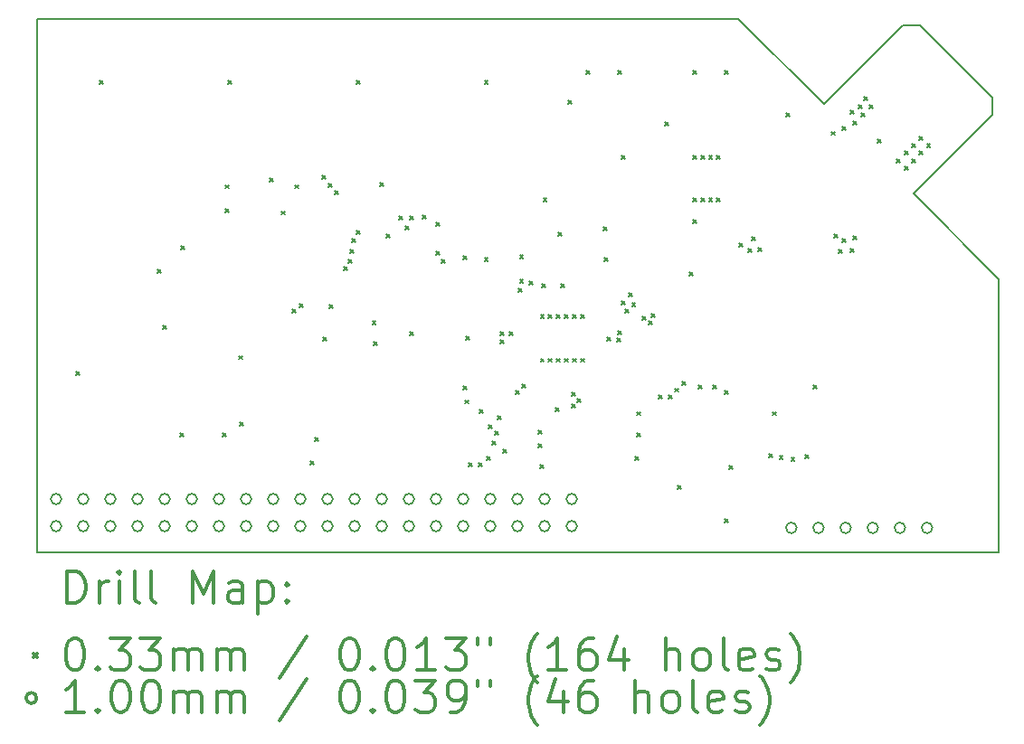
<source format=gbr>
%FSLAX45Y45*%
G04 Gerber Fmt 4.5, Leading zero omitted, Abs format (unit mm)*
G04 Created by KiCad (PCBNEW (5.0.1)-4) date 11/24/18 16:54:39*
%MOMM*%
%LPD*%
G01*
G04 APERTURE LIST*
%ADD10C,0.150000*%
%ADD11C,0.200000*%
%ADD12C,0.300000*%
G04 APERTURE END LIST*
D10*
X9860000Y-3800000D02*
X10600000Y-3060000D01*
X11440000Y-3740000D02*
X10760000Y-3060000D01*
X10600000Y-3060000D02*
X10760000Y-3060000D01*
X11440000Y-3900000D02*
X11440000Y-3740000D01*
X9860000Y-3800000D02*
X9060000Y-3000000D01*
X10700000Y-4640000D02*
X11440000Y-3900000D01*
X11500000Y-5440000D02*
X10700000Y-4640000D01*
X2500000Y-8000000D02*
X2500000Y-3000000D01*
X11500000Y-8000000D02*
X2500000Y-8000000D01*
X11500000Y-5440000D02*
X11500000Y-8000000D01*
X2500000Y-3000000D02*
X9060000Y-3000000D01*
D11*
X2858490Y-6308490D02*
X2891510Y-6341510D01*
X2891510Y-6308490D02*
X2858490Y-6341510D01*
X3083490Y-3583490D02*
X3116510Y-3616510D01*
X3116510Y-3583490D02*
X3083490Y-3616510D01*
X3623490Y-5353490D02*
X3656510Y-5386510D01*
X3656510Y-5353490D02*
X3623490Y-5386510D01*
X3673490Y-5873490D02*
X3706510Y-5906510D01*
X3706510Y-5873490D02*
X3673490Y-5906510D01*
X3833490Y-6883490D02*
X3866510Y-6916510D01*
X3866510Y-6883490D02*
X3833490Y-6916510D01*
X3843490Y-5133490D02*
X3876510Y-5166510D01*
X3876510Y-5133490D02*
X3843490Y-5166510D01*
X4233490Y-6883490D02*
X4266510Y-6916510D01*
X4266510Y-6883490D02*
X4233490Y-6916510D01*
X4258490Y-4558490D02*
X4291510Y-4591510D01*
X4291510Y-4558490D02*
X4258490Y-4591510D01*
X4258490Y-4783490D02*
X4291510Y-4816510D01*
X4291510Y-4783490D02*
X4258490Y-4816510D01*
X4283490Y-3583490D02*
X4316510Y-3616510D01*
X4316510Y-3583490D02*
X4283490Y-3616510D01*
X4383490Y-6158490D02*
X4416510Y-6191510D01*
X4416510Y-6158490D02*
X4383490Y-6191510D01*
X4393480Y-6783490D02*
X4426500Y-6816510D01*
X4426500Y-6783490D02*
X4393480Y-6816510D01*
X4673490Y-4493490D02*
X4706510Y-4526510D01*
X4706510Y-4493490D02*
X4673490Y-4526510D01*
X4783490Y-4803490D02*
X4816510Y-4836510D01*
X4816510Y-4803490D02*
X4783490Y-4836510D01*
X4886434Y-5723782D02*
X4919454Y-5756802D01*
X4919454Y-5723782D02*
X4886434Y-5756802D01*
X4908490Y-4558490D02*
X4941510Y-4591510D01*
X4941510Y-4558490D02*
X4908490Y-4591510D01*
X4953490Y-5673490D02*
X4986510Y-5706510D01*
X4986510Y-5673490D02*
X4953490Y-5706510D01*
X5053490Y-7143490D02*
X5086510Y-7176510D01*
X5086510Y-7143490D02*
X5053490Y-7176510D01*
X5093490Y-6923490D02*
X5126510Y-6956510D01*
X5126510Y-6923490D02*
X5093490Y-6956510D01*
X5166340Y-4470714D02*
X5199360Y-4503734D01*
X5199360Y-4470714D02*
X5166340Y-4503734D01*
X5173490Y-5983490D02*
X5206510Y-6016510D01*
X5206510Y-5983490D02*
X5173490Y-6016510D01*
X5223490Y-4543490D02*
X5256510Y-4576510D01*
X5256510Y-4543490D02*
X5223490Y-4576510D01*
X5233490Y-5683490D02*
X5266510Y-5716510D01*
X5266510Y-5683490D02*
X5233490Y-5716510D01*
X5283490Y-4613490D02*
X5316510Y-4646510D01*
X5316510Y-4613490D02*
X5283490Y-4646510D01*
X5363490Y-5323490D02*
X5396510Y-5356510D01*
X5396510Y-5323490D02*
X5363490Y-5356510D01*
X5409985Y-5253747D02*
X5443005Y-5286767D01*
X5443005Y-5253747D02*
X5409985Y-5286767D01*
X5423490Y-5163490D02*
X5456510Y-5196510D01*
X5456510Y-5163490D02*
X5423490Y-5196510D01*
X5443439Y-5063465D02*
X5476459Y-5096485D01*
X5476459Y-5063465D02*
X5443439Y-5096485D01*
X5483490Y-3583490D02*
X5516510Y-3616510D01*
X5516510Y-3583490D02*
X5483490Y-3616510D01*
X5483490Y-4983490D02*
X5516510Y-5016510D01*
X5516510Y-4983490D02*
X5483490Y-5016510D01*
X5633490Y-5833490D02*
X5666510Y-5866510D01*
X5666510Y-5833490D02*
X5633490Y-5866510D01*
X5643490Y-6023490D02*
X5676510Y-6056510D01*
X5676510Y-6023490D02*
X5643490Y-6056510D01*
X5708490Y-4533490D02*
X5741510Y-4566510D01*
X5741510Y-4533490D02*
X5708490Y-4566510D01*
X5763490Y-5023020D02*
X5796510Y-5056040D01*
X5796510Y-5023020D02*
X5763490Y-5056040D01*
X5883490Y-4853490D02*
X5916510Y-4886510D01*
X5916510Y-4853490D02*
X5883490Y-4886510D01*
X5943490Y-4943490D02*
X5976510Y-4976510D01*
X5976510Y-4943490D02*
X5943490Y-4976510D01*
X5983490Y-4853490D02*
X6016510Y-4886510D01*
X6016510Y-4853490D02*
X5983490Y-4886510D01*
X5983490Y-5933490D02*
X6016510Y-5966510D01*
X6016510Y-5933490D02*
X5983490Y-5966510D01*
X6103490Y-4843490D02*
X6136510Y-4876510D01*
X6136510Y-4843490D02*
X6103490Y-4876510D01*
X6233490Y-4908490D02*
X6266510Y-4941510D01*
X6266510Y-4908490D02*
X6233490Y-4941510D01*
X6233490Y-5183490D02*
X6266510Y-5216510D01*
X6266510Y-5183490D02*
X6233490Y-5216510D01*
X6283490Y-5253490D02*
X6316510Y-5286510D01*
X6316510Y-5253490D02*
X6283490Y-5286510D01*
X6483490Y-5223490D02*
X6516510Y-5256510D01*
X6516510Y-5223490D02*
X6483490Y-5256510D01*
X6483490Y-6443490D02*
X6516510Y-6476510D01*
X6516510Y-6443490D02*
X6483490Y-6476510D01*
X6503490Y-6573490D02*
X6536510Y-6606510D01*
X6536510Y-6573490D02*
X6503490Y-6606510D01*
X6513490Y-5973490D02*
X6546510Y-6006510D01*
X6546510Y-5973490D02*
X6513490Y-6006510D01*
X6533490Y-7163490D02*
X6566510Y-7196510D01*
X6566510Y-7163490D02*
X6533490Y-7196510D01*
X6628519Y-7160640D02*
X6661539Y-7193660D01*
X6661539Y-7160640D02*
X6628519Y-7193660D01*
X6633490Y-6663490D02*
X6666510Y-6696510D01*
X6666510Y-6663490D02*
X6633490Y-6696510D01*
X6683490Y-3583490D02*
X6716510Y-3616510D01*
X6716510Y-3583490D02*
X6683490Y-3616510D01*
X6683490Y-5243490D02*
X6716510Y-5276510D01*
X6716510Y-5243490D02*
X6683490Y-5276510D01*
X6703490Y-7103490D02*
X6736510Y-7136510D01*
X6736510Y-7103490D02*
X6703490Y-7136510D01*
X6723490Y-6803490D02*
X6756510Y-6836510D01*
X6756510Y-6803490D02*
X6723490Y-6836510D01*
X6758490Y-6958490D02*
X6791510Y-6991510D01*
X6791510Y-6958490D02*
X6758490Y-6991510D01*
X6783490Y-6863490D02*
X6816510Y-6896510D01*
X6816510Y-6863490D02*
X6783490Y-6896510D01*
X6803490Y-6723490D02*
X6836510Y-6756510D01*
X6836510Y-6723490D02*
X6803490Y-6756510D01*
X6833490Y-5933490D02*
X6866510Y-5966510D01*
X6866510Y-5933490D02*
X6833490Y-5966510D01*
X6833490Y-6013490D02*
X6866510Y-6046510D01*
X6866510Y-6013490D02*
X6833490Y-6046510D01*
X6858490Y-7033490D02*
X6891510Y-7066510D01*
X6891510Y-7033490D02*
X6858490Y-7066510D01*
X6913490Y-5933490D02*
X6946510Y-5966510D01*
X6946510Y-5933490D02*
X6913490Y-5966510D01*
X6973490Y-6483490D02*
X7006510Y-6516510D01*
X7006510Y-6483490D02*
X6973490Y-6516510D01*
X6998490Y-5529740D02*
X7031510Y-5562760D01*
X7031510Y-5529740D02*
X6998490Y-5562760D01*
X7013490Y-5213490D02*
X7046510Y-5246510D01*
X7046510Y-5213490D02*
X7013490Y-5246510D01*
X7013490Y-5443490D02*
X7046510Y-5476510D01*
X7046510Y-5443490D02*
X7013490Y-5476510D01*
X7033490Y-6423490D02*
X7066510Y-6456510D01*
X7066510Y-6423490D02*
X7033490Y-6456510D01*
X7103490Y-5463490D02*
X7136510Y-5496510D01*
X7136510Y-5463490D02*
X7103490Y-5496510D01*
X7183490Y-6858490D02*
X7216510Y-6891510D01*
X7216510Y-6858490D02*
X7183490Y-6891510D01*
X7183490Y-6983490D02*
X7216510Y-7016510D01*
X7216510Y-6983490D02*
X7183490Y-7016510D01*
X7203490Y-7178490D02*
X7236510Y-7211510D01*
X7236510Y-7178490D02*
X7203490Y-7211510D01*
X7208490Y-5773490D02*
X7241510Y-5806510D01*
X7241510Y-5773490D02*
X7208490Y-5806510D01*
X7208490Y-6183490D02*
X7241510Y-6216510D01*
X7241510Y-6183490D02*
X7208490Y-6216510D01*
X7223490Y-5483490D02*
X7256510Y-5516510D01*
X7256510Y-5483490D02*
X7223490Y-5516510D01*
X7233490Y-4683490D02*
X7266510Y-4716510D01*
X7266510Y-4683490D02*
X7233490Y-4716510D01*
X7283490Y-5773490D02*
X7316510Y-5806510D01*
X7316510Y-5773490D02*
X7283490Y-5806510D01*
X7283490Y-6183490D02*
X7316510Y-6216510D01*
X7316510Y-6183490D02*
X7283490Y-6216510D01*
X7348490Y-6643490D02*
X7381510Y-6676510D01*
X7381510Y-6643490D02*
X7348490Y-6676510D01*
X7358490Y-5773490D02*
X7391510Y-5806510D01*
X7391510Y-5773490D02*
X7358490Y-5806510D01*
X7358490Y-6183490D02*
X7391510Y-6216510D01*
X7391510Y-6183490D02*
X7358490Y-6216510D01*
X7373490Y-5003490D02*
X7406510Y-5036510D01*
X7406510Y-5003490D02*
X7373490Y-5036510D01*
X7399890Y-5482846D02*
X7432910Y-5515866D01*
X7432910Y-5482846D02*
X7399890Y-5515866D01*
X7433490Y-5773490D02*
X7466510Y-5806510D01*
X7466510Y-5773490D02*
X7433490Y-5806510D01*
X7433490Y-6183490D02*
X7466510Y-6216510D01*
X7466510Y-6183490D02*
X7433490Y-6216510D01*
X7463490Y-3763490D02*
X7496510Y-3796510D01*
X7496510Y-3763490D02*
X7463490Y-3796510D01*
X7503490Y-6503490D02*
X7536510Y-6536510D01*
X7536510Y-6503490D02*
X7503490Y-6536510D01*
X7503490Y-6613490D02*
X7536510Y-6646510D01*
X7536510Y-6613490D02*
X7503490Y-6646510D01*
X7508490Y-5773490D02*
X7541510Y-5806510D01*
X7541510Y-5773490D02*
X7508490Y-5806510D01*
X7508490Y-6183490D02*
X7541510Y-6216510D01*
X7541510Y-6183490D02*
X7508490Y-6216510D01*
X7548490Y-6558490D02*
X7581510Y-6591510D01*
X7581510Y-6558490D02*
X7548490Y-6591510D01*
X7583490Y-5773490D02*
X7616510Y-5806510D01*
X7616510Y-5773490D02*
X7583490Y-5806510D01*
X7583490Y-6183490D02*
X7616510Y-6216510D01*
X7616510Y-6183490D02*
X7583490Y-6216510D01*
X7633490Y-3483490D02*
X7666510Y-3516510D01*
X7666510Y-3483490D02*
X7633490Y-3516510D01*
X7793490Y-4953490D02*
X7826510Y-4986510D01*
X7826510Y-4953490D02*
X7793490Y-4986510D01*
X7803490Y-5243490D02*
X7836510Y-5276510D01*
X7836510Y-5243490D02*
X7803490Y-5276510D01*
X7833490Y-5983490D02*
X7866510Y-6016510D01*
X7866510Y-5983490D02*
X7833490Y-6016510D01*
X7923490Y-5993490D02*
X7956510Y-6026510D01*
X7956510Y-5993490D02*
X7923490Y-6026510D01*
X7933490Y-3483490D02*
X7966510Y-3516510D01*
X7966510Y-3483490D02*
X7933490Y-3516510D01*
X7933490Y-5923490D02*
X7966510Y-5956510D01*
X7966510Y-5923490D02*
X7933490Y-5956510D01*
X7963490Y-4283490D02*
X7996510Y-4316510D01*
X7996510Y-4283490D02*
X7963490Y-4316510D01*
X7963490Y-5643490D02*
X7996510Y-5676510D01*
X7996510Y-5643490D02*
X7963490Y-5676510D01*
X8003490Y-5723490D02*
X8036510Y-5756510D01*
X8036510Y-5723490D02*
X8003490Y-5756510D01*
X8033490Y-5573490D02*
X8066510Y-5606510D01*
X8066510Y-5573490D02*
X8033490Y-5606510D01*
X8063490Y-5663490D02*
X8096510Y-5696510D01*
X8096510Y-5663490D02*
X8063490Y-5696510D01*
X8093490Y-7103490D02*
X8126510Y-7136510D01*
X8126510Y-7103490D02*
X8093490Y-7136510D01*
X8113490Y-6683490D02*
X8146510Y-6716510D01*
X8146510Y-6683490D02*
X8113490Y-6716510D01*
X8113490Y-6883490D02*
X8146510Y-6916510D01*
X8146510Y-6883490D02*
X8113490Y-6916510D01*
X8163490Y-5793490D02*
X8196510Y-5826510D01*
X8196510Y-5793490D02*
X8163490Y-5826510D01*
X8223490Y-5833490D02*
X8256510Y-5866510D01*
X8256510Y-5833490D02*
X8223490Y-5866510D01*
X8243490Y-5763490D02*
X8276510Y-5796510D01*
X8276510Y-5763490D02*
X8243490Y-5796510D01*
X8313490Y-6523490D02*
X8346510Y-6556510D01*
X8346510Y-6523490D02*
X8313490Y-6556510D01*
X8373490Y-3973490D02*
X8406510Y-4006510D01*
X8406510Y-3973490D02*
X8373490Y-4006510D01*
X8403490Y-6523490D02*
X8436510Y-6556510D01*
X8436510Y-6523490D02*
X8403490Y-6556510D01*
X8463490Y-6463490D02*
X8496510Y-6496510D01*
X8496510Y-6463490D02*
X8463490Y-6496510D01*
X8493490Y-7373490D02*
X8526510Y-7406510D01*
X8526510Y-7373490D02*
X8493490Y-7406510D01*
X8533490Y-6403490D02*
X8566510Y-6436510D01*
X8566510Y-6403490D02*
X8533490Y-6436510D01*
X8598490Y-5373490D02*
X8631510Y-5406510D01*
X8631510Y-5373490D02*
X8598490Y-5406510D01*
X8633490Y-3483490D02*
X8666510Y-3516510D01*
X8666510Y-3483490D02*
X8633490Y-3516510D01*
X8633490Y-4283490D02*
X8666510Y-4316510D01*
X8666510Y-4283490D02*
X8633490Y-4316510D01*
X8633490Y-4683490D02*
X8666510Y-4716510D01*
X8666510Y-4683490D02*
X8633490Y-4716510D01*
X8633490Y-4883490D02*
X8666510Y-4916510D01*
X8666510Y-4883490D02*
X8633490Y-4916510D01*
X8683490Y-6433490D02*
X8716510Y-6466510D01*
X8716510Y-6433490D02*
X8683490Y-6466510D01*
X8708490Y-4283490D02*
X8741510Y-4316510D01*
X8741510Y-4283490D02*
X8708490Y-4316510D01*
X8708490Y-4683490D02*
X8741510Y-4716510D01*
X8741510Y-4683490D02*
X8708490Y-4716510D01*
X8783490Y-4283490D02*
X8816510Y-4316510D01*
X8816510Y-4283490D02*
X8783490Y-4316510D01*
X8783490Y-4683490D02*
X8816510Y-4716510D01*
X8816510Y-4683490D02*
X8783490Y-4716510D01*
X8823490Y-6433490D02*
X8856510Y-6466510D01*
X8856510Y-6433490D02*
X8823490Y-6466510D01*
X8858490Y-4283490D02*
X8891510Y-4316510D01*
X8891510Y-4283490D02*
X8858490Y-4316510D01*
X8858490Y-4683490D02*
X8891510Y-4716510D01*
X8891510Y-4683490D02*
X8858490Y-4716510D01*
X8933490Y-3483490D02*
X8966510Y-3516510D01*
X8966510Y-3483490D02*
X8933490Y-3516510D01*
X8933490Y-6483490D02*
X8966510Y-6516510D01*
X8966510Y-6483490D02*
X8933490Y-6516510D01*
X8933490Y-7683490D02*
X8966510Y-7716510D01*
X8966510Y-7683490D02*
X8933490Y-7716510D01*
X8973490Y-7183490D02*
X9006510Y-7216510D01*
X9006510Y-7183490D02*
X8973490Y-7216510D01*
X9063490Y-5103490D02*
X9096510Y-5136510D01*
X9096510Y-5103490D02*
X9063490Y-5136510D01*
X9153079Y-5153079D02*
X9186099Y-5186099D01*
X9186099Y-5153079D02*
X9153079Y-5186099D01*
X9183490Y-5043490D02*
X9216510Y-5076510D01*
X9216510Y-5043490D02*
X9183490Y-5076510D01*
X9243490Y-5143490D02*
X9276510Y-5176510D01*
X9276510Y-5143490D02*
X9243490Y-5176510D01*
X9343490Y-7073490D02*
X9376510Y-7106510D01*
X9376510Y-7073490D02*
X9343490Y-7106510D01*
X9383490Y-6683490D02*
X9416510Y-6716510D01*
X9416510Y-6683490D02*
X9383490Y-6716510D01*
X9443490Y-7093490D02*
X9476510Y-7126510D01*
X9476510Y-7093490D02*
X9443490Y-7126510D01*
X9508490Y-3883490D02*
X9541510Y-3916510D01*
X9541510Y-3883490D02*
X9508490Y-3916510D01*
X9553490Y-7113490D02*
X9586510Y-7146510D01*
X9586510Y-7113490D02*
X9553490Y-7146510D01*
X9683490Y-7083490D02*
X9716510Y-7116510D01*
X9716510Y-7083490D02*
X9683490Y-7116510D01*
X9763490Y-6433490D02*
X9796510Y-6466510D01*
X9796510Y-6433490D02*
X9763490Y-6466510D01*
X9933490Y-4058490D02*
X9966510Y-4091510D01*
X9966510Y-4058490D02*
X9933490Y-4091510D01*
X9953490Y-5023490D02*
X9986510Y-5056510D01*
X9986510Y-5023490D02*
X9953490Y-5056510D01*
X9998490Y-5163490D02*
X10031510Y-5196510D01*
X10031510Y-5163490D02*
X9998490Y-5196510D01*
X10033490Y-4008490D02*
X10066510Y-4041510D01*
X10066510Y-4008490D02*
X10033490Y-4041510D01*
X10033490Y-5063490D02*
X10066510Y-5096510D01*
X10066510Y-5063490D02*
X10033490Y-5096510D01*
X10108490Y-3863490D02*
X10141510Y-3896510D01*
X10141510Y-3863490D02*
X10108490Y-3896510D01*
X10108490Y-5158490D02*
X10141510Y-5191510D01*
X10141510Y-5158490D02*
X10108490Y-5191510D01*
X10133490Y-3958490D02*
X10166510Y-3991510D01*
X10166510Y-3958490D02*
X10133490Y-3991510D01*
X10133490Y-5033490D02*
X10166510Y-5066510D01*
X10166510Y-5033490D02*
X10133490Y-5066510D01*
X10183490Y-3808490D02*
X10216510Y-3841510D01*
X10216510Y-3808490D02*
X10183490Y-3841510D01*
X10208490Y-3883490D02*
X10241510Y-3916510D01*
X10241510Y-3883490D02*
X10208490Y-3916510D01*
X10233490Y-3733490D02*
X10266510Y-3766510D01*
X10266510Y-3733490D02*
X10233490Y-3766510D01*
X10283490Y-3808490D02*
X10316510Y-3841510D01*
X10316510Y-3808490D02*
X10283490Y-3841510D01*
X10358490Y-4133490D02*
X10391510Y-4166510D01*
X10391510Y-4133490D02*
X10358490Y-4166510D01*
X10543490Y-4313490D02*
X10576510Y-4346510D01*
X10576510Y-4313490D02*
X10543490Y-4346510D01*
X10613490Y-4243490D02*
X10646510Y-4276510D01*
X10646510Y-4243490D02*
X10613490Y-4276510D01*
X10613490Y-4383490D02*
X10646510Y-4416510D01*
X10646510Y-4383490D02*
X10613490Y-4416510D01*
X10683490Y-4173490D02*
X10716510Y-4206510D01*
X10716510Y-4173490D02*
X10683490Y-4206510D01*
X10683490Y-4313490D02*
X10716510Y-4346510D01*
X10716510Y-4313490D02*
X10683490Y-4346510D01*
X10753490Y-4103490D02*
X10786510Y-4136510D01*
X10786510Y-4103490D02*
X10753490Y-4136510D01*
X10753490Y-4243490D02*
X10786510Y-4276510D01*
X10786510Y-4243490D02*
X10753490Y-4276510D01*
X10823490Y-4173490D02*
X10856510Y-4206510D01*
X10856510Y-4173490D02*
X10823490Y-4206510D01*
X2724000Y-7500000D02*
G75*
G03X2724000Y-7500000I-50000J0D01*
G01*
X2724000Y-7754000D02*
G75*
G03X2724000Y-7754000I-50000J0D01*
G01*
X2978000Y-7500000D02*
G75*
G03X2978000Y-7500000I-50000J0D01*
G01*
X2978000Y-7754000D02*
G75*
G03X2978000Y-7754000I-50000J0D01*
G01*
X3232000Y-7500000D02*
G75*
G03X3232000Y-7500000I-50000J0D01*
G01*
X3232000Y-7754000D02*
G75*
G03X3232000Y-7754000I-50000J0D01*
G01*
X3486000Y-7500000D02*
G75*
G03X3486000Y-7500000I-50000J0D01*
G01*
X3486000Y-7754000D02*
G75*
G03X3486000Y-7754000I-50000J0D01*
G01*
X3740000Y-7500000D02*
G75*
G03X3740000Y-7500000I-50000J0D01*
G01*
X3740000Y-7754000D02*
G75*
G03X3740000Y-7754000I-50000J0D01*
G01*
X3994000Y-7500000D02*
G75*
G03X3994000Y-7500000I-50000J0D01*
G01*
X3994000Y-7754000D02*
G75*
G03X3994000Y-7754000I-50000J0D01*
G01*
X4248000Y-7500000D02*
G75*
G03X4248000Y-7500000I-50000J0D01*
G01*
X4248000Y-7754000D02*
G75*
G03X4248000Y-7754000I-50000J0D01*
G01*
X4502000Y-7500000D02*
G75*
G03X4502000Y-7500000I-50000J0D01*
G01*
X4502000Y-7754000D02*
G75*
G03X4502000Y-7754000I-50000J0D01*
G01*
X4756000Y-7500000D02*
G75*
G03X4756000Y-7500000I-50000J0D01*
G01*
X4756000Y-7754000D02*
G75*
G03X4756000Y-7754000I-50000J0D01*
G01*
X5010000Y-7500000D02*
G75*
G03X5010000Y-7500000I-50000J0D01*
G01*
X5010000Y-7754000D02*
G75*
G03X5010000Y-7754000I-50000J0D01*
G01*
X5264000Y-7500000D02*
G75*
G03X5264000Y-7500000I-50000J0D01*
G01*
X5264000Y-7754000D02*
G75*
G03X5264000Y-7754000I-50000J0D01*
G01*
X5518000Y-7500000D02*
G75*
G03X5518000Y-7500000I-50000J0D01*
G01*
X5518000Y-7754000D02*
G75*
G03X5518000Y-7754000I-50000J0D01*
G01*
X5772000Y-7500000D02*
G75*
G03X5772000Y-7500000I-50000J0D01*
G01*
X5772000Y-7754000D02*
G75*
G03X5772000Y-7754000I-50000J0D01*
G01*
X6026000Y-7500000D02*
G75*
G03X6026000Y-7500000I-50000J0D01*
G01*
X6026000Y-7754000D02*
G75*
G03X6026000Y-7754000I-50000J0D01*
G01*
X6280000Y-7500000D02*
G75*
G03X6280000Y-7500000I-50000J0D01*
G01*
X6280000Y-7754000D02*
G75*
G03X6280000Y-7754000I-50000J0D01*
G01*
X6534000Y-7500000D02*
G75*
G03X6534000Y-7500000I-50000J0D01*
G01*
X6534000Y-7754000D02*
G75*
G03X6534000Y-7754000I-50000J0D01*
G01*
X6788000Y-7500000D02*
G75*
G03X6788000Y-7500000I-50000J0D01*
G01*
X6788000Y-7754000D02*
G75*
G03X6788000Y-7754000I-50000J0D01*
G01*
X7042000Y-7500000D02*
G75*
G03X7042000Y-7500000I-50000J0D01*
G01*
X7042000Y-7754000D02*
G75*
G03X7042000Y-7754000I-50000J0D01*
G01*
X7296000Y-7500000D02*
G75*
G03X7296000Y-7500000I-50000J0D01*
G01*
X7296000Y-7754000D02*
G75*
G03X7296000Y-7754000I-50000J0D01*
G01*
X7550000Y-7500000D02*
G75*
G03X7550000Y-7500000I-50000J0D01*
G01*
X7550000Y-7754000D02*
G75*
G03X7550000Y-7754000I-50000J0D01*
G01*
X9606000Y-7770000D02*
G75*
G03X9606000Y-7770000I-50000J0D01*
G01*
X9860000Y-7770000D02*
G75*
G03X9860000Y-7770000I-50000J0D01*
G01*
X10114000Y-7770000D02*
G75*
G03X10114000Y-7770000I-50000J0D01*
G01*
X10368000Y-7770000D02*
G75*
G03X10368000Y-7770000I-50000J0D01*
G01*
X10622000Y-7770000D02*
G75*
G03X10622000Y-7770000I-50000J0D01*
G01*
X10876000Y-7770000D02*
G75*
G03X10876000Y-7770000I-50000J0D01*
G01*
D12*
X2778928Y-8473214D02*
X2778928Y-8173214D01*
X2850357Y-8173214D01*
X2893214Y-8187500D01*
X2921786Y-8216071D01*
X2936071Y-8244643D01*
X2950357Y-8301786D01*
X2950357Y-8344643D01*
X2936071Y-8401786D01*
X2921786Y-8430357D01*
X2893214Y-8458929D01*
X2850357Y-8473214D01*
X2778928Y-8473214D01*
X3078928Y-8473214D02*
X3078928Y-8273214D01*
X3078928Y-8330357D02*
X3093214Y-8301786D01*
X3107500Y-8287500D01*
X3136071Y-8273214D01*
X3164643Y-8273214D01*
X3264643Y-8473214D02*
X3264643Y-8273214D01*
X3264643Y-8173214D02*
X3250357Y-8187500D01*
X3264643Y-8201786D01*
X3278928Y-8187500D01*
X3264643Y-8173214D01*
X3264643Y-8201786D01*
X3450357Y-8473214D02*
X3421786Y-8458929D01*
X3407500Y-8430357D01*
X3407500Y-8173214D01*
X3607500Y-8473214D02*
X3578928Y-8458929D01*
X3564643Y-8430357D01*
X3564643Y-8173214D01*
X3950357Y-8473214D02*
X3950357Y-8173214D01*
X4050357Y-8387500D01*
X4150357Y-8173214D01*
X4150357Y-8473214D01*
X4421786Y-8473214D02*
X4421786Y-8316071D01*
X4407500Y-8287500D01*
X4378928Y-8273214D01*
X4321786Y-8273214D01*
X4293214Y-8287500D01*
X4421786Y-8458929D02*
X4393214Y-8473214D01*
X4321786Y-8473214D01*
X4293214Y-8458929D01*
X4278928Y-8430357D01*
X4278928Y-8401786D01*
X4293214Y-8373214D01*
X4321786Y-8358929D01*
X4393214Y-8358929D01*
X4421786Y-8344643D01*
X4564643Y-8273214D02*
X4564643Y-8573214D01*
X4564643Y-8287500D02*
X4593214Y-8273214D01*
X4650357Y-8273214D01*
X4678928Y-8287500D01*
X4693214Y-8301786D01*
X4707500Y-8330357D01*
X4707500Y-8416072D01*
X4693214Y-8444643D01*
X4678928Y-8458929D01*
X4650357Y-8473214D01*
X4593214Y-8473214D01*
X4564643Y-8458929D01*
X4836071Y-8444643D02*
X4850357Y-8458929D01*
X4836071Y-8473214D01*
X4821786Y-8458929D01*
X4836071Y-8444643D01*
X4836071Y-8473214D01*
X4836071Y-8287500D02*
X4850357Y-8301786D01*
X4836071Y-8316071D01*
X4821786Y-8301786D01*
X4836071Y-8287500D01*
X4836071Y-8316071D01*
X2459480Y-8950990D02*
X2492500Y-8984010D01*
X2492500Y-8950990D02*
X2459480Y-8984010D01*
X2836071Y-8803214D02*
X2864643Y-8803214D01*
X2893214Y-8817500D01*
X2907500Y-8831786D01*
X2921786Y-8860357D01*
X2936071Y-8917500D01*
X2936071Y-8988929D01*
X2921786Y-9046072D01*
X2907500Y-9074643D01*
X2893214Y-9088929D01*
X2864643Y-9103214D01*
X2836071Y-9103214D01*
X2807500Y-9088929D01*
X2793214Y-9074643D01*
X2778928Y-9046072D01*
X2764643Y-8988929D01*
X2764643Y-8917500D01*
X2778928Y-8860357D01*
X2793214Y-8831786D01*
X2807500Y-8817500D01*
X2836071Y-8803214D01*
X3064643Y-9074643D02*
X3078928Y-9088929D01*
X3064643Y-9103214D01*
X3050357Y-9088929D01*
X3064643Y-9074643D01*
X3064643Y-9103214D01*
X3178928Y-8803214D02*
X3364643Y-8803214D01*
X3264643Y-8917500D01*
X3307500Y-8917500D01*
X3336071Y-8931786D01*
X3350357Y-8946072D01*
X3364643Y-8974643D01*
X3364643Y-9046072D01*
X3350357Y-9074643D01*
X3336071Y-9088929D01*
X3307500Y-9103214D01*
X3221786Y-9103214D01*
X3193214Y-9088929D01*
X3178928Y-9074643D01*
X3464643Y-8803214D02*
X3650357Y-8803214D01*
X3550357Y-8917500D01*
X3593214Y-8917500D01*
X3621786Y-8931786D01*
X3636071Y-8946072D01*
X3650357Y-8974643D01*
X3650357Y-9046072D01*
X3636071Y-9074643D01*
X3621786Y-9088929D01*
X3593214Y-9103214D01*
X3507500Y-9103214D01*
X3478928Y-9088929D01*
X3464643Y-9074643D01*
X3778928Y-9103214D02*
X3778928Y-8903214D01*
X3778928Y-8931786D02*
X3793214Y-8917500D01*
X3821786Y-8903214D01*
X3864643Y-8903214D01*
X3893214Y-8917500D01*
X3907500Y-8946072D01*
X3907500Y-9103214D01*
X3907500Y-8946072D02*
X3921786Y-8917500D01*
X3950357Y-8903214D01*
X3993214Y-8903214D01*
X4021786Y-8917500D01*
X4036071Y-8946072D01*
X4036071Y-9103214D01*
X4178928Y-9103214D02*
X4178928Y-8903214D01*
X4178928Y-8931786D02*
X4193214Y-8917500D01*
X4221786Y-8903214D01*
X4264643Y-8903214D01*
X4293214Y-8917500D01*
X4307500Y-8946072D01*
X4307500Y-9103214D01*
X4307500Y-8946072D02*
X4321786Y-8917500D01*
X4350357Y-8903214D01*
X4393214Y-8903214D01*
X4421786Y-8917500D01*
X4436071Y-8946072D01*
X4436071Y-9103214D01*
X5021786Y-8788929D02*
X4764643Y-9174643D01*
X5407500Y-8803214D02*
X5436071Y-8803214D01*
X5464643Y-8817500D01*
X5478928Y-8831786D01*
X5493214Y-8860357D01*
X5507500Y-8917500D01*
X5507500Y-8988929D01*
X5493214Y-9046072D01*
X5478928Y-9074643D01*
X5464643Y-9088929D01*
X5436071Y-9103214D01*
X5407500Y-9103214D01*
X5378928Y-9088929D01*
X5364643Y-9074643D01*
X5350357Y-9046072D01*
X5336071Y-8988929D01*
X5336071Y-8917500D01*
X5350357Y-8860357D01*
X5364643Y-8831786D01*
X5378928Y-8817500D01*
X5407500Y-8803214D01*
X5636071Y-9074643D02*
X5650357Y-9088929D01*
X5636071Y-9103214D01*
X5621786Y-9088929D01*
X5636071Y-9074643D01*
X5636071Y-9103214D01*
X5836071Y-8803214D02*
X5864643Y-8803214D01*
X5893214Y-8817500D01*
X5907500Y-8831786D01*
X5921786Y-8860357D01*
X5936071Y-8917500D01*
X5936071Y-8988929D01*
X5921786Y-9046072D01*
X5907500Y-9074643D01*
X5893214Y-9088929D01*
X5864643Y-9103214D01*
X5836071Y-9103214D01*
X5807500Y-9088929D01*
X5793214Y-9074643D01*
X5778928Y-9046072D01*
X5764643Y-8988929D01*
X5764643Y-8917500D01*
X5778928Y-8860357D01*
X5793214Y-8831786D01*
X5807500Y-8817500D01*
X5836071Y-8803214D01*
X6221786Y-9103214D02*
X6050357Y-9103214D01*
X6136071Y-9103214D02*
X6136071Y-8803214D01*
X6107500Y-8846072D01*
X6078928Y-8874643D01*
X6050357Y-8888929D01*
X6321786Y-8803214D02*
X6507500Y-8803214D01*
X6407500Y-8917500D01*
X6450357Y-8917500D01*
X6478928Y-8931786D01*
X6493214Y-8946072D01*
X6507500Y-8974643D01*
X6507500Y-9046072D01*
X6493214Y-9074643D01*
X6478928Y-9088929D01*
X6450357Y-9103214D01*
X6364643Y-9103214D01*
X6336071Y-9088929D01*
X6321786Y-9074643D01*
X6621786Y-8803214D02*
X6621786Y-8860357D01*
X6736071Y-8803214D02*
X6736071Y-8860357D01*
X7178928Y-9217500D02*
X7164643Y-9203214D01*
X7136071Y-9160357D01*
X7121786Y-9131786D01*
X7107500Y-9088929D01*
X7093214Y-9017500D01*
X7093214Y-8960357D01*
X7107500Y-8888929D01*
X7121786Y-8846072D01*
X7136071Y-8817500D01*
X7164643Y-8774643D01*
X7178928Y-8760357D01*
X7450357Y-9103214D02*
X7278928Y-9103214D01*
X7364643Y-9103214D02*
X7364643Y-8803214D01*
X7336071Y-8846072D01*
X7307500Y-8874643D01*
X7278928Y-8888929D01*
X7707500Y-8803214D02*
X7650357Y-8803214D01*
X7621786Y-8817500D01*
X7607500Y-8831786D01*
X7578928Y-8874643D01*
X7564643Y-8931786D01*
X7564643Y-9046072D01*
X7578928Y-9074643D01*
X7593214Y-9088929D01*
X7621786Y-9103214D01*
X7678928Y-9103214D01*
X7707500Y-9088929D01*
X7721786Y-9074643D01*
X7736071Y-9046072D01*
X7736071Y-8974643D01*
X7721786Y-8946072D01*
X7707500Y-8931786D01*
X7678928Y-8917500D01*
X7621786Y-8917500D01*
X7593214Y-8931786D01*
X7578928Y-8946072D01*
X7564643Y-8974643D01*
X7993214Y-8903214D02*
X7993214Y-9103214D01*
X7921786Y-8788929D02*
X7850357Y-9003214D01*
X8036071Y-9003214D01*
X8378928Y-9103214D02*
X8378928Y-8803214D01*
X8507500Y-9103214D02*
X8507500Y-8946072D01*
X8493214Y-8917500D01*
X8464643Y-8903214D01*
X8421786Y-8903214D01*
X8393214Y-8917500D01*
X8378928Y-8931786D01*
X8693214Y-9103214D02*
X8664643Y-9088929D01*
X8650357Y-9074643D01*
X8636071Y-9046072D01*
X8636071Y-8960357D01*
X8650357Y-8931786D01*
X8664643Y-8917500D01*
X8693214Y-8903214D01*
X8736071Y-8903214D01*
X8764643Y-8917500D01*
X8778928Y-8931786D01*
X8793214Y-8960357D01*
X8793214Y-9046072D01*
X8778928Y-9074643D01*
X8764643Y-9088929D01*
X8736071Y-9103214D01*
X8693214Y-9103214D01*
X8964643Y-9103214D02*
X8936071Y-9088929D01*
X8921786Y-9060357D01*
X8921786Y-8803214D01*
X9193214Y-9088929D02*
X9164643Y-9103214D01*
X9107500Y-9103214D01*
X9078928Y-9088929D01*
X9064643Y-9060357D01*
X9064643Y-8946072D01*
X9078928Y-8917500D01*
X9107500Y-8903214D01*
X9164643Y-8903214D01*
X9193214Y-8917500D01*
X9207500Y-8946072D01*
X9207500Y-8974643D01*
X9064643Y-9003214D01*
X9321786Y-9088929D02*
X9350357Y-9103214D01*
X9407500Y-9103214D01*
X9436071Y-9088929D01*
X9450357Y-9060357D01*
X9450357Y-9046072D01*
X9436071Y-9017500D01*
X9407500Y-9003214D01*
X9364643Y-9003214D01*
X9336071Y-8988929D01*
X9321786Y-8960357D01*
X9321786Y-8946072D01*
X9336071Y-8917500D01*
X9364643Y-8903214D01*
X9407500Y-8903214D01*
X9436071Y-8917500D01*
X9550357Y-9217500D02*
X9564643Y-9203214D01*
X9593214Y-9160357D01*
X9607500Y-9131786D01*
X9621786Y-9088929D01*
X9636071Y-9017500D01*
X9636071Y-8960357D01*
X9621786Y-8888929D01*
X9607500Y-8846072D01*
X9593214Y-8817500D01*
X9564643Y-8774643D01*
X9550357Y-8760357D01*
X2492500Y-9363500D02*
G75*
G03X2492500Y-9363500I-50000J0D01*
G01*
X2936071Y-9499214D02*
X2764643Y-9499214D01*
X2850357Y-9499214D02*
X2850357Y-9199214D01*
X2821786Y-9242072D01*
X2793214Y-9270643D01*
X2764643Y-9284929D01*
X3064643Y-9470643D02*
X3078928Y-9484929D01*
X3064643Y-9499214D01*
X3050357Y-9484929D01*
X3064643Y-9470643D01*
X3064643Y-9499214D01*
X3264643Y-9199214D02*
X3293214Y-9199214D01*
X3321786Y-9213500D01*
X3336071Y-9227786D01*
X3350357Y-9256357D01*
X3364643Y-9313500D01*
X3364643Y-9384929D01*
X3350357Y-9442072D01*
X3336071Y-9470643D01*
X3321786Y-9484929D01*
X3293214Y-9499214D01*
X3264643Y-9499214D01*
X3236071Y-9484929D01*
X3221786Y-9470643D01*
X3207500Y-9442072D01*
X3193214Y-9384929D01*
X3193214Y-9313500D01*
X3207500Y-9256357D01*
X3221786Y-9227786D01*
X3236071Y-9213500D01*
X3264643Y-9199214D01*
X3550357Y-9199214D02*
X3578928Y-9199214D01*
X3607500Y-9213500D01*
X3621786Y-9227786D01*
X3636071Y-9256357D01*
X3650357Y-9313500D01*
X3650357Y-9384929D01*
X3636071Y-9442072D01*
X3621786Y-9470643D01*
X3607500Y-9484929D01*
X3578928Y-9499214D01*
X3550357Y-9499214D01*
X3521786Y-9484929D01*
X3507500Y-9470643D01*
X3493214Y-9442072D01*
X3478928Y-9384929D01*
X3478928Y-9313500D01*
X3493214Y-9256357D01*
X3507500Y-9227786D01*
X3521786Y-9213500D01*
X3550357Y-9199214D01*
X3778928Y-9499214D02*
X3778928Y-9299214D01*
X3778928Y-9327786D02*
X3793214Y-9313500D01*
X3821786Y-9299214D01*
X3864643Y-9299214D01*
X3893214Y-9313500D01*
X3907500Y-9342072D01*
X3907500Y-9499214D01*
X3907500Y-9342072D02*
X3921786Y-9313500D01*
X3950357Y-9299214D01*
X3993214Y-9299214D01*
X4021786Y-9313500D01*
X4036071Y-9342072D01*
X4036071Y-9499214D01*
X4178928Y-9499214D02*
X4178928Y-9299214D01*
X4178928Y-9327786D02*
X4193214Y-9313500D01*
X4221786Y-9299214D01*
X4264643Y-9299214D01*
X4293214Y-9313500D01*
X4307500Y-9342072D01*
X4307500Y-9499214D01*
X4307500Y-9342072D02*
X4321786Y-9313500D01*
X4350357Y-9299214D01*
X4393214Y-9299214D01*
X4421786Y-9313500D01*
X4436071Y-9342072D01*
X4436071Y-9499214D01*
X5021786Y-9184929D02*
X4764643Y-9570643D01*
X5407500Y-9199214D02*
X5436071Y-9199214D01*
X5464643Y-9213500D01*
X5478928Y-9227786D01*
X5493214Y-9256357D01*
X5507500Y-9313500D01*
X5507500Y-9384929D01*
X5493214Y-9442072D01*
X5478928Y-9470643D01*
X5464643Y-9484929D01*
X5436071Y-9499214D01*
X5407500Y-9499214D01*
X5378928Y-9484929D01*
X5364643Y-9470643D01*
X5350357Y-9442072D01*
X5336071Y-9384929D01*
X5336071Y-9313500D01*
X5350357Y-9256357D01*
X5364643Y-9227786D01*
X5378928Y-9213500D01*
X5407500Y-9199214D01*
X5636071Y-9470643D02*
X5650357Y-9484929D01*
X5636071Y-9499214D01*
X5621786Y-9484929D01*
X5636071Y-9470643D01*
X5636071Y-9499214D01*
X5836071Y-9199214D02*
X5864643Y-9199214D01*
X5893214Y-9213500D01*
X5907500Y-9227786D01*
X5921786Y-9256357D01*
X5936071Y-9313500D01*
X5936071Y-9384929D01*
X5921786Y-9442072D01*
X5907500Y-9470643D01*
X5893214Y-9484929D01*
X5864643Y-9499214D01*
X5836071Y-9499214D01*
X5807500Y-9484929D01*
X5793214Y-9470643D01*
X5778928Y-9442072D01*
X5764643Y-9384929D01*
X5764643Y-9313500D01*
X5778928Y-9256357D01*
X5793214Y-9227786D01*
X5807500Y-9213500D01*
X5836071Y-9199214D01*
X6036071Y-9199214D02*
X6221786Y-9199214D01*
X6121786Y-9313500D01*
X6164643Y-9313500D01*
X6193214Y-9327786D01*
X6207500Y-9342072D01*
X6221786Y-9370643D01*
X6221786Y-9442072D01*
X6207500Y-9470643D01*
X6193214Y-9484929D01*
X6164643Y-9499214D01*
X6078928Y-9499214D01*
X6050357Y-9484929D01*
X6036071Y-9470643D01*
X6364643Y-9499214D02*
X6421786Y-9499214D01*
X6450357Y-9484929D01*
X6464643Y-9470643D01*
X6493214Y-9427786D01*
X6507500Y-9370643D01*
X6507500Y-9256357D01*
X6493214Y-9227786D01*
X6478928Y-9213500D01*
X6450357Y-9199214D01*
X6393214Y-9199214D01*
X6364643Y-9213500D01*
X6350357Y-9227786D01*
X6336071Y-9256357D01*
X6336071Y-9327786D01*
X6350357Y-9356357D01*
X6364643Y-9370643D01*
X6393214Y-9384929D01*
X6450357Y-9384929D01*
X6478928Y-9370643D01*
X6493214Y-9356357D01*
X6507500Y-9327786D01*
X6621786Y-9199214D02*
X6621786Y-9256357D01*
X6736071Y-9199214D02*
X6736071Y-9256357D01*
X7178928Y-9613500D02*
X7164643Y-9599214D01*
X7136071Y-9556357D01*
X7121786Y-9527786D01*
X7107500Y-9484929D01*
X7093214Y-9413500D01*
X7093214Y-9356357D01*
X7107500Y-9284929D01*
X7121786Y-9242072D01*
X7136071Y-9213500D01*
X7164643Y-9170643D01*
X7178928Y-9156357D01*
X7421786Y-9299214D02*
X7421786Y-9499214D01*
X7350357Y-9184929D02*
X7278928Y-9399214D01*
X7464643Y-9399214D01*
X7707500Y-9199214D02*
X7650357Y-9199214D01*
X7621786Y-9213500D01*
X7607500Y-9227786D01*
X7578928Y-9270643D01*
X7564643Y-9327786D01*
X7564643Y-9442072D01*
X7578928Y-9470643D01*
X7593214Y-9484929D01*
X7621786Y-9499214D01*
X7678928Y-9499214D01*
X7707500Y-9484929D01*
X7721786Y-9470643D01*
X7736071Y-9442072D01*
X7736071Y-9370643D01*
X7721786Y-9342072D01*
X7707500Y-9327786D01*
X7678928Y-9313500D01*
X7621786Y-9313500D01*
X7593214Y-9327786D01*
X7578928Y-9342072D01*
X7564643Y-9370643D01*
X8093214Y-9499214D02*
X8093214Y-9199214D01*
X8221786Y-9499214D02*
X8221786Y-9342072D01*
X8207500Y-9313500D01*
X8178928Y-9299214D01*
X8136071Y-9299214D01*
X8107500Y-9313500D01*
X8093214Y-9327786D01*
X8407500Y-9499214D02*
X8378928Y-9484929D01*
X8364643Y-9470643D01*
X8350357Y-9442072D01*
X8350357Y-9356357D01*
X8364643Y-9327786D01*
X8378928Y-9313500D01*
X8407500Y-9299214D01*
X8450357Y-9299214D01*
X8478928Y-9313500D01*
X8493214Y-9327786D01*
X8507500Y-9356357D01*
X8507500Y-9442072D01*
X8493214Y-9470643D01*
X8478928Y-9484929D01*
X8450357Y-9499214D01*
X8407500Y-9499214D01*
X8678928Y-9499214D02*
X8650357Y-9484929D01*
X8636071Y-9456357D01*
X8636071Y-9199214D01*
X8907500Y-9484929D02*
X8878928Y-9499214D01*
X8821786Y-9499214D01*
X8793214Y-9484929D01*
X8778928Y-9456357D01*
X8778928Y-9342072D01*
X8793214Y-9313500D01*
X8821786Y-9299214D01*
X8878928Y-9299214D01*
X8907500Y-9313500D01*
X8921786Y-9342072D01*
X8921786Y-9370643D01*
X8778928Y-9399214D01*
X9036071Y-9484929D02*
X9064643Y-9499214D01*
X9121786Y-9499214D01*
X9150357Y-9484929D01*
X9164643Y-9456357D01*
X9164643Y-9442072D01*
X9150357Y-9413500D01*
X9121786Y-9399214D01*
X9078928Y-9399214D01*
X9050357Y-9384929D01*
X9036071Y-9356357D01*
X9036071Y-9342072D01*
X9050357Y-9313500D01*
X9078928Y-9299214D01*
X9121786Y-9299214D01*
X9150357Y-9313500D01*
X9264643Y-9613500D02*
X9278928Y-9599214D01*
X9307500Y-9556357D01*
X9321786Y-9527786D01*
X9336071Y-9484929D01*
X9350357Y-9413500D01*
X9350357Y-9356357D01*
X9336071Y-9284929D01*
X9321786Y-9242072D01*
X9307500Y-9213500D01*
X9278928Y-9170643D01*
X9264643Y-9156357D01*
M02*

</source>
